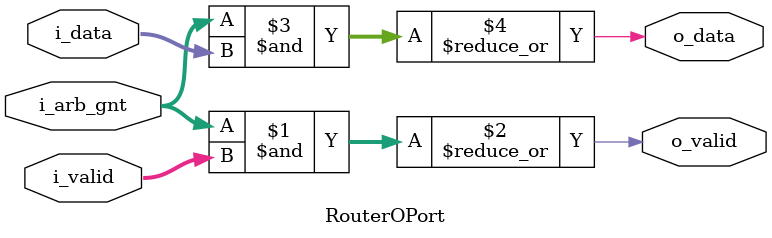
<source format=sv>
module RouterOPort (
    input         [3:0]    i_valid,
    input         [3:0]    i_data,
    input         [3:0]    i_arb_gnt,   // 某个 oport 对 4 个 iport 的请求的授权, 最多只能 1 位为 1
    output logic           o_valid,
    output logic           o_data
);

assign o_valid = |(i_arb_gnt & i_valid);
assign o_data  = |(i_arb_gnt & i_data);

// always_comb begin
//     case (i_arb_gnt)
//         'b0001: o_valid = i_valid[0];
//         'b0010: o_valid = i_valid[1];
//         'b0100: o_valid = i_valid[2];
//         'b1000: o_valid = i_valid[3];
//         default: o_valid = 1'b0;
//     endcase
// end

// always_comb begin
//     case (i_arb_gnt)
//         'b0001: o_data = i_data[0];
//         'b0010: o_data = i_data[1];
//         'b0100: o_data = i_data[2];
//         'b1000: o_data = i_data[3];
//         default: o_data = 4'b0;
//     endcase
// end

endmodule
</source>
